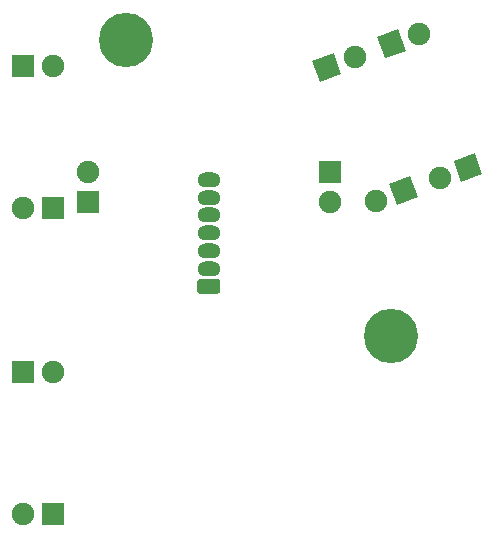
<source format=gbr>
%TF.GenerationSoftware,KiCad,Pcbnew,5.1.6-c6e7f7d~86~ubuntu18.04.1*%
%TF.CreationDate,2021-04-26T01:39:18-07:00*%
%TF.ProjectId,thumb_cluster_right,7468756d-625f-4636-9c75-737465725f72,rev?*%
%TF.SameCoordinates,Original*%
%TF.FileFunction,Soldermask,Top*%
%TF.FilePolarity,Negative*%
%FSLAX46Y46*%
G04 Gerber Fmt 4.6, Leading zero omitted, Abs format (unit mm)*
G04 Created by KiCad (PCBNEW 5.1.6-c6e7f7d~86~ubuntu18.04.1) date 2021-04-26 01:39:18*
%MOMM*%
%LPD*%
G01*
G04 APERTURE LIST*
%ADD10C,4.600000*%
%ADD11R,1.900000X1.900000*%
%ADD12C,1.900000*%
%ADD13C,0.100000*%
%ADD14O,1.970000X1.270000*%
G04 APERTURE END LIST*
D10*
%TO.C,H2*%
X135731126Y-66312121D03*
%TD*%
%TO.C,H1*%
X158154844Y-91366079D03*
%TD*%
D11*
%TO.C,PT2*%
X127030000Y-68524999D03*
D12*
X129570000Y-68524999D03*
%TD*%
D13*
%TO.C,PT5*%
G36*
X157639562Y-67890258D02*
G01*
X156989724Y-66104842D01*
X158775140Y-65455004D01*
X159424978Y-67240420D01*
X157639562Y-67890258D01*
G37*
D12*
X160594170Y-65803900D03*
%TD*%
D13*
%TO.C,PT4*%
G36*
X152189345Y-69873975D02*
G01*
X151539507Y-68088559D01*
X153324923Y-67438721D01*
X153974761Y-69224137D01*
X152189345Y-69873975D01*
G37*
D12*
X155143953Y-67787617D03*
%TD*%
D11*
%TO.C,PT3*%
X152999999Y-77530000D03*
D12*
X152999999Y-80070000D03*
%TD*%
D11*
%TO.C,PT1*%
X127030000Y-94422918D03*
D12*
X129570000Y-94422918D03*
%TD*%
D14*
%TO.C,J1*%
X142750000Y-78200000D03*
X142750000Y-79700000D03*
X142750000Y-81200000D03*
X142750000Y-82700000D03*
X142750000Y-84200000D03*
X142750000Y-85700000D03*
G36*
G01*
X143463633Y-87835000D02*
X142036367Y-87835000D01*
G75*
G02*
X141765000Y-87563633I0J271367D01*
G01*
X141765000Y-86836367D01*
G75*
G02*
X142036367Y-86565000I271367J0D01*
G01*
X143463633Y-86565000D01*
G75*
G02*
X143735000Y-86836367I0J-271367D01*
G01*
X143735000Y-87563633D01*
G75*
G02*
X143463633Y-87835000I-271367J0D01*
G01*
G37*
%TD*%
D11*
%TO.C,IR2*%
X129570000Y-80574999D03*
D12*
X127030000Y-80574999D03*
%TD*%
D13*
%TO.C,IR5*%
G36*
X165283302Y-75909569D02*
G01*
X165933140Y-77694985D01*
X164147724Y-78344823D01*
X163497886Y-76559407D01*
X165283302Y-75909569D01*
G37*
D12*
X162328694Y-77995927D03*
%TD*%
D13*
%TO.C,IR4*%
G36*
X159833085Y-77893286D02*
G01*
X160482923Y-79678702D01*
X158697507Y-80328540D01*
X158047669Y-78543124D01*
X159833085Y-77893286D01*
G37*
D12*
X156878477Y-79979644D03*
%TD*%
D11*
%TO.C,IR3*%
X132500001Y-80070000D03*
D12*
X132500001Y-77530000D03*
%TD*%
D11*
%TO.C,IR1*%
X129570000Y-106472918D03*
D12*
X127030000Y-106472918D03*
%TD*%
M02*

</source>
